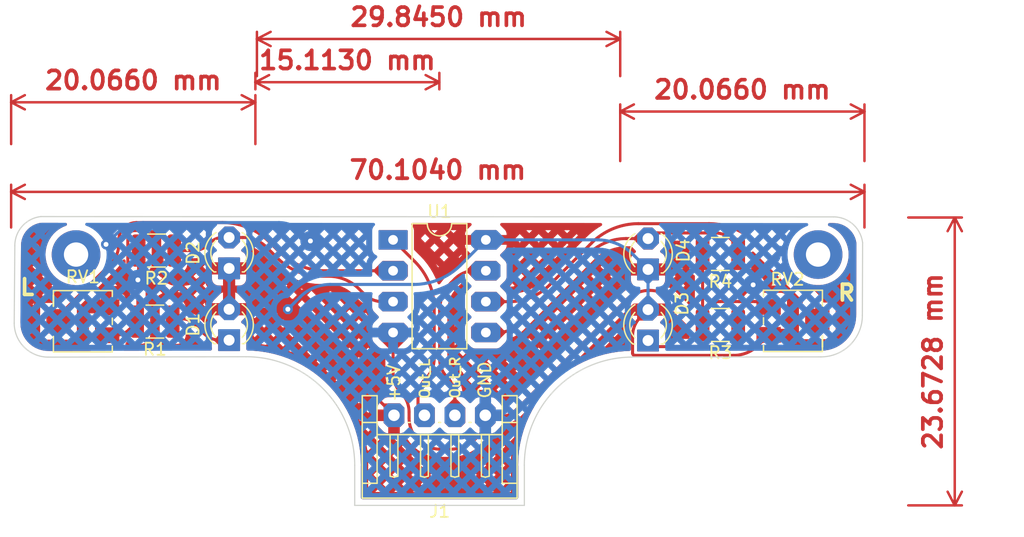
<source format=kicad_pcb>
(kicad_pcb (version 20211014) (generator pcbnew)
  (layers (0 "F.Cu" signal) (31 "B.Cu" signal) (34 "B.Paste" user) (35 "F.Paste" user) (36 "B.SilkS" user "B.Silkscreen") (37 "F.SilkS" user "F.Silkscreen") (38 "B.Mask" user) (39 "F.Mask" user) (44 "Edge.Cuts" user))
  (net 0 "")
  (net 1 "Net-(D1-Pad1)")
  (net 2 "+5V")
  (net 3 "Net-(D2-Pad2)")
  (net 4 "GND")
  (net 5 "Net-(RV1-Pad2)")
  (net 6 "Net-(D3-Pad1)")
  (net 7 "Net-(D4-Pad2)")
  (net 8 "/Vout2")
  (net 9 "/Vout1")
  (net 10 "Net-(RV2-Pad2)")
  (footprint "LED_THT:LED_D3.0mm_IRBlack" (layer "F.Cu") (at 138.303 65.913 90)
    (fp_text reference "D1" (at 1.27 -2.96 90) (layer "F.SilkS"))
    (fp_text value "IR204A")
    (fp_line (start -0.29 1.08) (end -0.29 1.236) (layer "F.SilkS") (width 0.12))
    (fp_line (start -0.29 -1.236) (end -0.29 -1.08) (layer "F.SilkS") (width 0.12))
    (fp_arc (start 0.229039 -1.08) (mid 1.270117 -1.5) (end 2.31113 -1.079837) (layer "F.SilkS") (width 0.12))
    (fp_arc (start 2.942335 1.078608) (mid 1.366487 1.987659) (end -0.29 1.235516) (layer "F.SilkS") (width 0.12))
    (fp_arc (start -0.29 -1.235516) (mid 1.366487 -1.987659) (end 2.942335 -1.078608) (layer "F.SilkS") (width 0.12))
    (fp_arc (start 2.31113 1.079837) (mid 1.270117 1.5) (end 0.229039 1.08) (layer "F.SilkS") (width 0.12))
    (pad "1" thru_hole custom (at 0 0 90) (size 1.8 1.8) (drill 0.9) (layers *.Cu *.Mask) (net 1 "Net-(D1-Pad1)") (options (clearance convexhull) (anchor circle)) (primitives (gr_poly (pts (xy 0.85 0.85) (xy -0.85 0.85) (xy -0.85 -0.85) (xy 0.85 -0.85)) (width 0.1) (fill yes))))
    (pad "2" thru_hole custom (at 2.54 0 90) (size 1.8 1.8) (drill 0.9) (layers *.Cu *.Mask) (net 2 "+5V") (options (clearance convexhull) (anchor circle)) (primitives (gr_poly (pts (xy 0.85 0.352082) (xy 0.352082 0.85) (xy -0.352082 0.85) (xy -0.85 0.352082) (xy -0.85 -0.352082) (xy -0.352082 -0.85) (xy 0.352082 -0.85) (xy 0.85 -0.352082)) (width 0.1) (fill yes))))
  )
  (footprint "Resistor_SMD:R_1210_3225Metric" (layer "F.Cu") (at 132.334 58.547 180)
    (fp_text reference "R2" (at 0 -2.28) (layer "F.SilkS"))
    (fp_text value "10k")
    (fp_line (start -0.723737 -1.355) (end 0.723737 -1.355) (layer "F.SilkS") (width 0.12))
    (fp_line (start -0.723737 1.355) (end 0.723737 1.355) (layer "F.SilkS") (width 0.12))
    (pad "1" smd roundrect (at -1.4625 0 180) (size 1.125 2.65) (layers "F.Cu" "F.Paste" "F.Mask") (roundrect_rratio 0.222222) (net 3 "Net-(D2-Pad2)"))
    (pad "2" smd roundrect (at 1.4625 0 180) (size 1.125 2.65) (layers "F.Cu" "F.Paste" "F.Mask") (roundrect_rratio 0.222222) (net 4 "GND"))
  )
  (footprint "Package_DIP:DIP-8_W7.62mm_LongPads" (layer "F.Cu") (at 151.7754 57.668)
    (fp_text reference "U1" (at 3.81 -2.33) (layer "F.SilkS"))
    (fp_text value "LM358M/NOPB")
    (fp_line (start 2.81 -1.33) (end 1.56 -1.33) (layer "F.SilkS") (width 0.12))
    (fp_line (start 1.56 -1.33) (end 1.56 8.95) (layer "F.SilkS") (width 0.12))
    (fp_line (start 6.06 8.95) (end 6.06 -1.33) (layer "F.SilkS") (width 0.12))
    (fp_line (start 6.06 -1.33) (end 4.81 -1.33) (layer "F.SilkS") (width 0.12))
    (fp_line (start 1.56 8.95) (end 6.06 8.95) (layer "F.SilkS") (width 0.12))
    (fp_arc (start 4.81 -1.33) (mid 3.81 -0.33) (end 2.81 -1.33) (layer "F.SilkS") (width 0.12))
    (pad "1" thru_hole custom (at 0 0) (size 0.800002 0.800002) (drill 0.8) (layers *.Cu *.Mask) (net 9 "/Vout1") (options (clearance convexhull) (anchor rect)) (primitives (gr_poly (pts (xy 1.15 0.75) (xy -1.15 0.75) (xy -1.15 -0.75) (xy 1.15 -0.75)) (width 0.1) (fill yes))))
    (pad "2" thru_hole custom (at 0 2.54) (size 0.800002 0.800002) (drill 0.8) (layers *.Cu *.Mask) (net 5 "Net-(RV1-Pad2)") (options (clearance convexhull) (anchor rect)) (primitives (gr_poly (pts (xy 1.15 0.447919) (xy 0.847919 0.75) (xy -0.847919 0.75) (xy -1.15 0.447919) (xy -1.15 -0.447919) (xy -0.847919 -0.75) (xy 0.847919 -0.75) (xy 1.15 -0.447919)) (width 0.1) (fill yes))))
    (pad "3" thru_hole custom (at 0 5.08) (size 0.800002 0.800002) (drill 0.8) (layers *.Cu *.Mask) (net 3 "Net-(D2-Pad2)") (options (clearance convexhull) (anchor rect)) (primitives (gr_poly (pts (xy 1.15 0.447919) (xy 0.847919 0.75) (xy -0.847919 0.75) (xy -1.15 0.447919) (xy -1.15 -0.447919) (xy -0.847919 -0.75) (xy 0.847919 -0.75) (xy 1.15 -0.447919)) (width 0.1) (fill yes))))
    (pad "4" thru_hole custom (at 0 7.62) (size 0.800002 0.800002) (drill 0.8) (layers *.Cu *.Mask) (net 4 "GND") (options (clearance convexhull) (anchor rect)) (primitives (gr_poly (pts (xy 1.15 0.447919) (xy 0.847919 0.75) (xy -0.847919 0.75) (xy -1.15 0.447919) (xy -1.15 -0.447919) (xy -0.847919 -0.75) (xy 0.847919 -0.75) (xy 1.15 -0.447919)) (width 0.1) (fill yes))))
    (pad "5" thru_hole custom (at 7.62 7.62) (size 0.800002 0.800002) (drill 0.8) (layers *.Cu *.Mask) (net 7 "Net-(D4-Pad2)") (options (clearance convexhull) (anchor rect)) (primitives (gr_poly (pts (xy 1.15 0.447919) (xy 0.847919 0.75) (xy -0.847919 0.75) (xy -1.15 0.447919) (xy -1.15 -0.447919) (xy -0.847919 -0.75) (xy 0.847919 -0.75) (xy 1.15 -0.447919)) (width 0.1) (fill yes))))
    (pad "6" thru_hole custom (at 7.62 5.08) (size 0.800002 0.800002) (drill 0.8) (layers *.Cu *.Mask) (net 10 "Net-(RV2-Pad2)") (options (clearance convexhull) (anchor rect)) (primitives (gr_poly (pts (xy 1.15 0.447919) (xy 0.847919 0.75) (xy -0.847919 0.75) (xy -1.15 0.447919) (xy -1.15 -0.447919) (xy -0.847919 -0.75) (xy 0.847919 -0.75) (xy 1.15 -0.447919)) (width 0.1) (fill yes))))
    (pad "7" thru_hole custom (at 7.62 2.54) (size 0.800002 0.800002) (drill 0.8) (layers *.Cu *.Mask) (net 8 "/Vout2") (options (clearance convexhull) (anchor rect)) (primitives (gr_poly (pts (xy 1.15 0.447919) (xy 0.847919 0.75) (xy -0.847919 0.75) (xy -1.15 0.447919) (xy -1.15 -0.447919) (xy -0.847919 -0.75) (xy 0.847919 -0.75) (xy 1.15 -0.447919)) (width 0.1) (fill yes))))
    (pad "8" thru_hole custom (at 7.62 0) (size 0.800002 0.800002) (drill 0.8) (layers *.Cu *.Mask) (net 2 "+5V") (options (clearance convexhull) (anchor rect)) (primitives (gr_poly (pts (xy 1.15 0.447919) (xy 0.847919 0.75) (xy -0.847919 0.75) (xy -1.15 0.447919) (xy -1.15 -0.447919) (xy -0.847919 -0.75) (xy 0.847919 -0.75) (xy 1.15 -0.447919)) (width 0.1) (fill yes))))
  )
  (footprint "Resistor_SMD:R_1210_3225Metric" (layer "F.Cu") (at 178.6636 64.6684 180)
    (fp_text reference "R3" (at 0 -2.28) (layer "F.SilkS"))
    (fp_text value "100")
    (fp_line (start -0.723737 1.355) (end 0.723737 1.355) (layer "F.SilkS") (width 0.12))
    (fp_line (start -0.723737 -1.355) (end 0.723737 -1.355) (layer "F.SilkS") (width 0.12))
    (pad "1" smd roundrect (at -1.4625 0 180) (size 1.125 2.65) (layers "F.Cu" "F.Paste" "F.Mask") (roundrect_rratio 0.222222) (net 6 "Net-(D3-Pad1)"))
    (pad "2" smd roundrect (at 1.4625 0 180) (size 1.125 2.65) (layers "F.Cu" "F.Paste" "F.Mask") (roundrect_rratio 0.222222) (net 4 "GND"))
  )
  (footprint "Connector_JST:JST_EH_S4B-EH_1x04_P2.50mm_Horizontal" (layer "F.Cu") (at 159.3504 72.0927 180)
    (fp_text reference "J1" (at 3.75 -7.9) (layer "F.SilkS"))
    (fp_text value "Conn_01x03_Male" hide)
    (fp_line (start 10.11 -5.59) (end 8.89 -5.59) (layer "F.SilkS") (width 0.12))
    (fp_line (start -1.39 -1.59) (end 8.89 -1.59) (layer "F.SilkS") (width 0.12))
    (fp_line (start 0 -1.59) (end -0.32 -1.59) (layer "F.SilkS") (width 0.12))
    (fp_line (start 7.18 -1.59) (end 7.18 -5.01) (layer "F.SilkS") (width 0.12))
    (fp_line (start 0.32 -5.01) (end 0.32 -1.59) (layer "F.SilkS") (width 0.12))
    (fp_line (start -0.32 -1.59) (end -0.32 -5.01) (layer "F.SilkS") (width 0.12))
    (fp_line (start -2.61 1.61) (end -2.61 -6.81) (layer "F.SilkS") (width 0.12))
    (fp_line (start 0 -5.09) (end 0.32 -5.01) (layer "F.SilkS") (width 0.12))
    (fp_line (start 7.82 -5.01) (end 7.82 -1.59) (layer "F.SilkS") (width 0.12))
    (fp_line (start 3.67 -0.59) (end 3.83 -0.59) (layer "F.SilkS") (width 0.12))
    (fp_line (start 5 -1.59) (end 4.68 -1.59) (layer "F.SilkS") (width 0.12))
    (fp_line (start 10.11 1.61) (end 8.89 1.61) (layer "F.SilkS") (width 0.12))
    (fp_line (start 7.5 -5.09) (end 7.82 -5.01) (layer "F.SilkS") (width 0.12))
    (fp_line (start -2.61 -5.59) (end -1.39 -5.59) (layer "F.SilkS") (width 0.12))
    (fp_line (start 4.68 -5.01) (end 5 -5.09) (layer "F.SilkS") (width 0.12))
    (fp_line (start 7.18 -5.01) (end 7.5 -5.09) (layer "F.SilkS") (width 0.12))
    (fp_line (start 5 -5.09) (end 5.32 -5.01) (layer "F.SilkS") (width 0.12))
    (fp_line (start -1.39 1.61) (end -2.61 1.61) (layer "F.SilkS") (width 0.12))
    (fp_line (start 1.17 -0.59) (end 1.33 -0.59) (layer "F.SilkS") (width 0.12))
    (fp_line (start 6.17 -0.59) (end 6.33 -0.59) (layer "F.SilkS") (width 0.12))
    (fp_line (start 8.89 -5.59) (end 8.89 -0.59) (layer "F.SilkS") (width 0.12))
    (fp_line (start -1.39 -0.59) (end -1.39 1.61) (layer "F.SilkS") (width 0.12))
    (fp_line (start -1.39 -5.59) (end -1.39 -0.59) (layer "F.SilkS") (width 0.12))
    (fp_line (start 7.82 -1.59) (end 7.5 -1.59) (layer "F.SilkS") (width 0.12))
    (fp_line (start 2.18 -5.01) (end 2.5 -5.09) (layer "F.SilkS") (width 0.12))
    (fp_line (start 8.89 -0.59) (end 10.11 -0.59) (layer "F.SilkS") (width 0.12))
    (fp_line (start 5.32 -1.59) (end 5 -1.59) (layer "F.SilkS") (width 0.12))
    (fp_line (start 5.32 -5.01) (end 5.32 -1.59) (layer "F.SilkS") (width 0.12))
    (fp_line (start -1.39 -0.59) (end -2.61 -0.59) (layer "F.SilkS") (width 0.12))
    (fp_line (start 8.89 1.61) (end 8.89 -0.59) (layer "F.SilkS") (width 0.12))
    (fp_line (start 4.68 -1.59) (end 4.68 -5.01) (layer "F.SilkS") (width 0.12))
    (fp_line (start 7.5 -1.59) (end 7.18 -1.59) (layer "F.SilkS") (width 0.12))
    (fp_line (start 2.82 -5.01) (end 2.82 -1.59) (layer "F.SilkS") (width 0.12))
    (fp_line (start -2.61 -6.81) (end 10.11 -6.81) (layer "F.SilkS") (width 0.12))
    (fp_line (start 2.18 -1.59) (end 2.18 -5.01) (layer "F.SilkS") (width 0.12))
    (fp_line (start 2.5 -5.09) (end 2.82 -5.01) (layer "F.SilkS") (width 0.12))
    (fp_line (start -0.32 -5.01) (end 0 -5.09) (layer "F.SilkS") (width 0.12))
    (fp_line (start 10.11 -6.81) (end 10.11 1.61) (layer "F.SilkS") (width 0.12))
    (fp_line (start 0.32 -1.59) (end 0 -1.59) (layer "F.SilkS") (width 0.12))
    (fp_line (start 2.82 -1.59) (end 2.5 -1.59) (layer "F.SilkS") (width 0.12))
    (fp_line (start 2.5 -1.59) (end 2.18 -1.59) (layer "F.SilkS") (width 0.12))
    (pad "1" thru_hole custom (at 0 0 180) (size 0.950002 0.950002) (drill 0.95) (layers *.Cu *.Mask) (net 4 "GND") (options (clearance convexhull) (anchor rect)) (primitives (gr_poly (pts (xy 0.8 0.602208) (xy 0.477208 0.925) (xy -0.477208 0.925) (xy -0.8 0.602208) (xy -0.8 -0.602208) (xy -0.477208 -0.925) (xy 0.477208 -0.925) (xy 0.8 -0.602208)) (width 0.1) (fill yes))))
    (pad "2" thru_hole custom (at 2.5 0 180) (size 0.950002 0.950002) (drill 0.95) (layers *.Cu *.Mask) (net 8 "/Vout2") (options (clearance convexhull) (anchor rect)) (primitives (gr_poly (pts (xy 0.8 0.602208) (xy 0.477208 0.925) (xy -0.477208 0.925) (xy -0.8 0.602208) (xy -0.8 -0.602208) (xy -0.477208 -0.925) (xy 0.477208 -0.925) (xy 0.8 -0.602208)) (width 0.1) (fill yes))))
    (pad "3" thru_hole custom (at 5 0 180) (size 0.950002 0.950002) (drill 0.95) (layers *.Cu *.Mask) (net 9 "/Vout1") (options (clearance convexhull) (anchor rect)) (primitives (gr_poly (pts (xy 0.8 0.602208) (xy 0.477208 0.925) (xy -0.477208 0.925) (xy -0.8 0.602208) (xy -0.8 -0.602208) (xy -0.477208 -0.925) (xy 0.477208 -0.925) (xy 0.8 -0.602208)) (width 0.1) (fill yes))))
    (pad "4" thru_hole custom (at 7.5 0 180) (size 0.950002 0.950002) (drill 0.95) (layers *.Cu *.Mask) (net 2 "+5V") (options (clearance convexhull) (anchor rect)) (primitives (gr_poly (pts (xy 0.8 0.602208) (xy 0.477208 0.925) (xy -0.477208 0.925) (xy -0.8 0.602208) (xy -0.8 -0.602208) (xy -0.477208 -0.925) (xy 0.477208 -0.925) (xy 0.8 -0.602208)) (width 0.1) (fill yes))))
  )
  (footprint "Potentiometer_SMD:Potentiometer_Bourns_3224J_Horizontal" (layer "F.Cu") (at 184.626 64.3312 180)
    (fp_text reference "RV2" (at 0.4506 3.422) (layer "F.SilkS"))
    (fp_text value "R_Potentiometer")
    (fp_line (start -2.42 -2.14) (end -2.42 -1.24) (layer "F.SilkS") (width 0.12))
    (fp_line (start -2.42 1.24) (end -2.42 2.52) (layer "F.SilkS") (width 0.12))
    (fp_line (start -2.42 2.52) (end 2.42 2.52) (layer "F.SilkS") (width 0.12))
    (fp_line (start 2.42 -2.52) (end 2.42 -2.04) (layer "F.SilkS") (width 0.12))
    (fp_line (start 2.42 -0.26) (end 2.42 0.26) (layer "F.SilkS") (width 0.12))
    (fp_line (start -2.42 -2.14) (end -2.42 -2.14) (layer "F.SilkS") (width 0.12))
    (fp_line (start -2.42 -2.52) (end 2.42 -2.52) (layer "F.SilkS") (width 0.12))
    (fp_line (start -2.42 -2.14) (end -2.42 -1.24) (layer "F.SilkS") (width 0.12))
    (fp_line (start -2.42 -2.52) (end -2.42 -1.24) (layer "F.SilkS") (width 0.12))
    (fp_line (start 2.42 2.04) (end 2.42 2.52) (layer "F.SilkS") (width 0.12))
    (pad "1" smd rect (at 2 -1.15 180) (size 2 1.3) (layers "F.Cu" "F.Paste" "F.Mask") (net 2 "+5V"))
    (pad "2" smd rect (at -2 0 180) (size 2 2) (layers "F.Cu" "F.Paste" "F.Mask") (net 10 "Net-(RV2-Pad2)"))
    (pad "3" smd rect (at 2 1.15 180) (size 2 1.3) (layers "F.Cu" "F.Paste" "F.Mask") (net 4 "GND"))
  )
  (footprint "LED_THT:LED_D3.0mm_Clear" (layer "F.Cu") (at 172.72 60.1014 90)
    (fp_text reference "D4" (at 1.5566 2.8956 90) (layer "F.SilkS"))
    (fp_text value "D_Photo_Filled")
    (fp_line (start -0.29 -1.236) (end -0.29 -1.08) (layer "F.SilkS") (width 0.12))
    (fp_line (start -0.29 1.08) (end -0.29 1.236) (layer "F.SilkS") (width 0.12))
    (fp_arc (start 2.31113 1.079837) (mid 1.270117 1.5) (end 0.229039 1.08) (layer "F.SilkS") (width 0.12))
    (fp_arc (start 0.229039 -1.08) (mid 1.270117 -1.5) (end 2.31113 -1.079837) (layer "F.SilkS") (width 0.12))
    (fp_arc (start -0.29 -1.235516) (mid 1.366487 -1.987659) (end 2.942335 -1.078608) (layer "F.SilkS") (width 0.12))
    (fp_arc (start 2.942335 1.078608) (mid 1.366487 1.987659) (end -0.29 1.235516) (layer "F.SilkS") (width 0.12))
    (pad "1" thru_hole custom (at 0 0 90) (size 1.8 1.8) (drill 0.9) (layers *.Cu *.Mask) (net 2 "+5V") (options (clearance convexhull) (anchor circle)) (primitives (gr_poly (pts (xy 0.85 0.85) (xy -0.85 0.85) (xy -0.85 -0.85) (xy 0.85 -0.85)) (width 0.1) (fill yes))))
    (pad "2" thru_hole custom (at 2.54 0 90) (size 1.8 1.8) (drill 0.9) (layers *.Cu *.Mask) (net 7 "Net-(D4-Pad2)") (options (clearance convexhull) (anchor circle)) (primitives (gr_poly (pts (xy 0.85 0.352082) (xy 0.352082 0.85) (xy -0.352082 0.85) (xy -0.85 0.352082) (xy -0.85 -0.352082) (xy -0.352082 -0.85) (xy 0.352082 -0.85) (xy 0.85 -0.352082)) (width 0.1) (fill yes))))
  )
  (footprint "Resistor_SMD:R_1210_3225Metric" (layer "F.Cu") (at 178.6636 58.8264 180)
    (fp_text reference "R4" (at 0 -2.28) (layer "F.SilkS"))
    (fp_text value "10k")
    (fp_line (start -0.723737 1.355) (end 0.723737 1.355) (layer "F.SilkS") (width 0.12))
    (fp_line (start -0.723737 -1.355) (end 0.723737 -1.355) (layer "F.SilkS") (width 0.12))
    (pad "1" smd roundrect (at -1.4625 0 180) (size 1.125 2.65) (layers "F.Cu" "F.Paste" "F.Mask") (roundrect_rratio 0.222222) (net 7 "Net-(D4-Pad2)"))
    (pad "2" smd roundrect (at 1.4625 0 180) (size 1.125 2.65) (layers "F.Cu" "F.Paste" "F.Mask") (roundrect_rratio 0.222222) (net 4 "GND"))
  )
  (footprint "LED_THT:LED_D3.0mm_Clear" (layer "F.Cu") (at 138.303 60.013 90)
    (fp_text reference "D2" (at 1.27 -2.96 90) (layer "F.SilkS"))
    (fp_text value "D_Photo_Filled")
    (fp_line (start -0.29 -1.236) (end -0.29 -1.08) (layer "F.SilkS") (width 0.12))
    (fp_line (start -0.29 1.08) (end -0.29 1.236) (layer "F.SilkS") (width 0.12))
    (fp_arc (start 2.31113 1.079837) (mid 1.270117 1.5) (end 0.229039 1.08) (layer "F.SilkS") (width 0.12))
    (fp_arc (start 0.229039 -1.08) (mid 1.270117 -1.5) (end 2.31113 -1.079837) (layer "F.SilkS") (width 0.12))
    (fp_arc (start -0.29 -1.235516) (mid 1.366487 -1.987659) (end 2.942335 -1.078608) (layer "F.SilkS") (width 0.12))
    (fp_arc (start 2.942335 1.078608) (mid 1.366487 1.987659) (end -0.29 1.235516) (layer "F.SilkS") (width 0.12))
    (pad "1" thru_hole custom (at 0 0 90) (size 1.8 1.8) (drill 0.9) (layers *.Cu *.Mask) (net 2 "+5V") (options (clearance convexhull) (anchor circle)) (primitives (gr_poly (pts (xy 0.85 0.85) (xy -0.85 0.85) (xy -0.85 -0.85) (xy 0.85 -0.85)) (width 0.1) (fill yes))))
    (pad "2" thru_hole custom (at 2.54 0 90) (size 1.8 1.8) (drill 0.9) (layers *.Cu *.Mask) (net 3 "Net-(D2-Pad2)") (options (clearance convexhull) (anchor circle)) (primitives (gr_poly (pts (xy 0.85 0.352082) (xy 0.352082 0.85) (xy -0.352082 0.85) (xy -0.85 0.352082) (xy -0.85 -0.352082) (xy -0.352082 -0.85) (xy 0.352082 -0.85) (xy 0.85 -0.352082)) (width 0.1) (fill yes))))
  )
  (footprint "LED_THT:LED_D3.0mm_IRBlack" (layer "F.Cu") (at 172.72 65.9434 90)
    (fp_text reference "D3" (at 3.0226 2.794 90) (layer "F.SilkS"))
    (fp_text value "IR204A")
    (fp_line (start -0.29 1.08) (end -0.29 1.236) (layer "F.SilkS") (width 0.12))
    (fp_line (start -0.29 -1.236) (end -0.29 -1.08) (layer "F.SilkS") (width 0.12))
    (fp_arc (start 0.229039 -1.08) (mid 1.270117 -1.5) (end 2.31113 -1.079837) (layer "F.SilkS") (width 0.12))
    (fp_arc (start -0.29 -1.235516) (mid 1.366487 -1.987659) (end 2.942335 -1.078608) (layer "F.SilkS") (width 0.12))
    (fp_arc (start 2.942335 1.078608) (mid 1.366487 1.987659) (end -0.29 1.235516) (layer "F.SilkS") (width 0.12))
    (fp_arc (start 2.31113 1.079837) (mid 1.270117 1.5) (end 0.229039 1.08) (layer "F.SilkS") (width 0.12))
    (pad "1" thru_hole custom (at 0 0 90) (size 1.8 1.8) (drill 0.9) (layers *.Cu *.Mask) (net 6 "Net-(D3-Pad1)") (options (clearance convexhull) (anchor circle)) (primitives (gr_poly (pts (xy 0.85 0.85) (xy -0.85 0.85) (xy -0.85 -0.85) (xy 0.85 -0.85)) (width 0.1) (fill yes))))
    (pad "2" thru_hole custom (at 2.54 0 90) (size 1.8 1.8) (drill 0.9) (layers *.Cu *.Mask) (net 2 "+5V") (options (clearance convexhull) (anchor circle)) (primitives (gr_poly (pts (xy 0.85 0.352082) (xy 0.352082 0.85) (xy -0.352082 0.85) (xy -0.85 0.352082) (xy -0.85 -0.352082) (xy -0.352082 -0.85) (xy 0.352082 -0.85) (xy 0.85 -0.352082)) (width 0.1) (fill yes))))
  )
  (footprint "Potentiometer_SMD:Potentiometer_Bourns_3224J_Horizontal" (layer "F.Cu") (at 126.2888 64.3636)
    (fp_text reference "RV1" (at 0 -3.65) (layer "F.SilkS"))
    (fp_text value "R_Potentiometer")
    (fp_line (start -2.42 -2.14) (end -2.42 -1.24) (layer "F.SilkS") (width 0.12))
    (fp_line (start 2.42 2.04) (end 2.42 2.52) (layer "F.SilkS") (width 0.12))
    (fp_line (start -2.42 2.52) (end 2.42 2.52) (layer "F.SilkS") (width 0.12))
    (fp_line (start -2.42 -2.52) (end 2.42 -2.52) (layer "F.SilkS") (width 0.12))
    (fp_line (start -2.42 -2.14) (end -2.42 -2.14) (layer "F.SilkS") (width 0.12))
    (fp_line (start -2.42 -2.14) (end -2.42 -1.24) (layer "F.SilkS") (width 0.12))
    (fp_line (start 2.42 -0.26) (end 2.42 0.26) (layer "F.SilkS") (width 0.12))
    (fp_line (start 2.42 -2.52) (end 2.42 -2.04) (layer "F.SilkS") (width 0.12))
    (fp_line (start -2.42 1.24) (end -2.42 2.52) (layer "F.SilkS") (width 0.12))
    (fp_line (start -2.42 -2.52) (end -2.42 -1.24) (layer "F.SilkS") (width 0.12))
    (pad "1" smd rect (at 2 -1.15) (size 2 1.3) (layers "F.Cu" "F.Paste" "F.Mask") (net 2 "+5V"))
    (pad "2" smd rect (at -2 0) (size 2 2) (layers "F.Cu" "F.Paste" "F.Mask") (net 5 "Net-(RV1-Pad2)"))
    (pad "3" smd rect (at 2 1.15) (size 2 1.3) (layers "F.Cu" "F.Paste" "F.Mask") (net 4 "GND"))
  )
  (footprint "Resistor_SMD:R_1210_3225Metric" (layer "F.Cu") (at 132.207 64.389 180)
    (fp_text reference "R1" (at 0 -2.28) (layer "F.SilkS"))
    (fp_text value "100")
    (fp_line (start -0.723737 1.355) (end 0.723737 1.355) (layer "F.SilkS") (width 0.12))
    (fp_line (start -0.723737 -1.355) (end 0.723737 -1.355) (layer "F.SilkS") (width 0.12))
    (pad "1" smd roundrect (at -1.4625 0 180) (size 1.125 2.65) (layers "F.Cu" "F.Paste" "F.Mask") (roundrect_rratio 0.222222) (net 1 "Net-(D1-Pad1)"))
    (pad "2" smd roundrect (at 1.4625 0 180) (size 1.125 2.65) (layers "F.Cu" "F.Paste" "F.Mask") (roundrect_rratio 0.222222) (net 4 "GND"))
  )
  (gr_line (start 122.832883 55.753806) (end 187.96 55.7784) (layer "Edge.Cuts") (width 0.1))
  (gr_line (start 123.444 67.31) (end 139.7 67.277403) (layer "Edge.Cuts") (width 0.1))
  (gr_line (start 186.924623 67.291002) (end 171.45 67.306373) (layer "Edge.Cuts") (width 0.1))
  (gr_line (start 148.622597 76.2) (end 148.622597 79.502) (layer "Edge.Cuts") (width 0.1))
  (gr_line (start 162.56 79.502) (end 162.56 76.2) (layer "Edge.Cuts") (width 0.1))
  (gr_arc (start 190.328602 63.887023) (mid 189.3316 66.294) (end 186.924623 67.291002) (layer "Edge.Cuts") (width 0.1))
  (gr_arc (start 187.96 55.7784) (mid 189.561006 56.389517) (end 190.3476 57.912) (layer "Edge.Cuts") (width 0.1))
  (gr_arc (start 123.444 67.31) (mid 121.468344 66.491656) (end 120.65 64.516) (layer "Edge.Cuts") (width 0.1))
  (gr_line (start 120.699283 58.141406) (end 120.65 64.516) (layer "Edge.Cuts") (width 0.1))
  (gr_line (start 190.3476 57.912) (end 190.328602 63.887023) (layer "Edge.Cuts") (width 0.1))
  (gr_arc (start 162.556373 76.2) (mid 165.161256 69.911256) (end 171.45 67.306373) (layer "Edge.Cuts") (width 0.1))
  (gr_arc (start 139.7 67.277403) (mid 146.009229 69.890771) (end 148.622597 76.2) (layer "Edge.Cuts") (width 0.1))
  (gr_line (start 148.622597 79.502) (end 162.56 79.502) (layer "Edge.Cuts") (width 0.1))
  (gr_arc (start 120.699283 58.141406) (mid 121.3104 56.5404) (end 122.832883 55.753806) (layer "Edge.Cuts") (width 0.1))
  (gr_text "R" (at 189.0268 62.0268) (layer "F.SilkS") (effects (font (size 1.3 1.3) (thickness 0.3))))
  (gr_text "+5V" (at 151.8412 69.4436 90) (layer "F.SilkS") (effects (font (size 1 1))))
  (gr_text "Out_R\n" (at 156.8704 68.9864 90) (layer "F.SilkS") (effects (font (size 0.8 0.8))))
  (gr_text "Out_L" (at 154.3812 69.088 90) (layer "F.SilkS") (effects (font (size 0.8 0.8))))
  (gr_text "GND" (at 159.3088 69.1896 90) (layer "F.SilkS") (effects (font (size 1 1))))
  (gr_text "L" (at 121.7168 61.5696) (layer "F.SilkS") (effects (font (size 1.3 1.3) (thickness 0.3))))
  (dimension (type aligned) (layer "F.Cu") (pts (xy 120.396 50.292) (xy 140.462 50.292)) (height -3.937) (gr_text "20.0660 mm" (at 130.429 44.555) (layer "F.Cu") (effects (font (size 1.5 1.5) (thickness 0.3)))) (format (units 3) (units_format 1) (precision 4)) (style (thickness 0.2) (arrow_length 1.27) (text_position_mode 0) (extension_height 0.58642) (extension_offset 0.5) keep_text_aligned))
  (dimension (type aligned) (layer "F.Cu") (pts (xy 140.462 43.434) (xy 155.575 43.434)) (height 1.27) (gr_text "15.1130 mm" (at 148.0185 42.904) (layer "F.Cu") (effects (font (size 1.5 1.5) (thickness 0.3)))) (format (units 3) (units_format 1) (precision 4)) (style (thickness 0.2) (arrow_length 1.27) (text_position_mode 0) (extension_height 0.58642) (extension_offset 0.5) keep_text_aligned))
  (dimension (type aligned) (layer "F.Cu") (pts (xy 190.5 57.15) (xy 120.396 57.15)) (height 3.429) (gr_text "70.1040 mm" (at 155.448 51.921) (layer "F.Cu") (effects (font (size 1.5 1.5) (thickness 0.3)))) (format (units 3) (units_format 1) (precision 4)) (style (thickness 0.2) (arrow_length 1.27) (text_position_mode 0) (extension_height 0.58642) (extension_offset 0.5) keep_text_aligned))
  (dimension (type aligned) (layer "F.Cu") (pts (xy 190.5 51.689) (xy 170.434 51.689)) (height 4.572) (gr_text "20.0660 mm" (at 180.467 45.317) (layer "F.Cu") (effects (font (size 1.5 1.5) (thickness 0.3)))) (format (units 3) (units_format 1) (precision 4)) (style (thickness 0.2) (arrow_length 1.27) (text_position_mode 0) (extension_height 0.58642) (extension_offset 0.5) keep_text_aligned))
  (dimension (type aligned) (layer "F.Cu") (pts (xy 193.5988 55.8292) (xy 193.5988 79.502)) (height -4.318) (gr_text "23.6728 mm" (at 196.1168 67.6656 90) (layer "F.Cu") (effects (font (size 1.5 1.5) (thickness 0.3)))) (format (units 3) (units_format 1) (precision 4)) (style (thickness 0.2) (arrow_length 1.27) (text_position_mode 0) (extension_height 0.58642) (extension_offset 0.5) keep_text_aligned))
  (dimension (type aligned) (layer "F.Cu") (pts (xy 140.589 44.704) (xy 170.434 44.704)) (height -3.556) (gr_text "29.8450 mm" (at 155.5115 39.348) (layer "F.Cu") (effects (font (size 1.5 1.5) (thickness 0.3)))) (format (units 3) (units_format 1) (precision 4)) (style (thickness 0.2) (arrow_length 1.27) (text_position_mode 0) (extension_height 0.58642) (extension_offset 0.5) keep_text_aligned))
  (via (at 125.73 58.8772) (size 4) (drill 2) (layers "F.Cu" "B.Cu") (net 0))
  (via (at 186.69 58.8772) (size 4) (drill 2) (layers "F.Cu" "B.Cu") (net 0))
  (segment (start 134.46225 64.1604) (end 134.059744 64.1604) (width 0.25) (layer "F.Cu") (net 1))
  (segment (start 135.425314 64.559314) (end 136.240184 65.374184) (width 0.25) (layer "F.Cu") (net 1))
  (segment (start 137.541 65.913) (end 138.303 65.913) (width 0.25) (layer "F.Cu") (net 1))
  (segment (start 133.7838 64.2747) (end 133.6695 64.389) (width 0.25) (layer "F.Cu") (net 1))
  (arc (start 134.059744 64.1604) (mid 133.910404 64.190105) (end 133.7838 64.2747) (width 0.25) (layer "F.Cu") (net 1))
  (arc (start 136.240184 65.374184) (mid 136.837003 65.772966) (end 137.541 65.913) (width 0.25) (layer "F.Cu") (net 1))
  (arc (start 135.425314 64.559314) (mid 134.983456 64.264074) (end 134.46225 64.1604) (width 0.25) (layer "F.Cu") (net 1))
  (segment (start 172.085 64.0384) (end 172.72 63.4034) (width 0.25) (layer "F.Cu") (net 2))
  (segment (start 129.1364 62.366) (end 128.2888 63.2136) (width 0.25) (layer "F.Cu") (net 2))
  (segment (start 143.1307 63.373) (end 151.8504 72.0927) (width 0.25) (layer "F.Cu") (net 2))
  (segment (start 171.45 65.571425) (end 171.45 66.989193) (width 0.25) (layer "F.Cu") (net 2))
  (segment (start 133.918573 61.3156) (end 134.511722 61.3156) (width 0.25) (layer "F.Cu") (net 2))
  (segment (start 129.984 60.319712) (end 129.984 57.471999) (width 0.25) (layer "F.Cu") (net 2))
  (segment (start 130.558999 56.897) (end 130.896113 56.897) (width 0.25) (layer "F.Cu") (net 2))
  (segment (start 137.5192 60.013) (end 138.303 60.013) (width 0.25) (layer "F.Cu") (net 2))
  (segment (start 143.1307 63.373) (end 138.303 63.373) (width 0.25) (layer "F.Cu") (net 2))
  (segment (start 132.7912 60.188226) (end 132.7912 59.150039) (width 0.25) (layer "F.Cu") (net 2))
  (segment (start 136.181169 60.56723) (end 136.0841 60.6643) (width 0.25) (layer "F.Cu") (net 2))
  (segment (start 181.7824 66.3248) (end 182.626 65.4812) (width 0.25) (layer "F.Cu") (net 2))
  (segment (start 171.629206 67.1684) (end 179.745769 67.1684) (width 0.25) (layer "F.Cu") (net 2))
  (segment (start 132.1313 57.5569) (end 131.878188 57.303788) (width 0.25) (layer "F.Cu") (net 2))
  (via (at 143.1307 63.373) (size 0.8) (drill 0.4) (layers "F.Cu" "B.Cu") (net 2))
  (arc (start 130.558999 56.897) (mid 130.338956 56.940769) (end 130.152413 57.065413) (width 0.25) (layer "F.Cu") (net 2))
  (arc (start 131.878188 57.303788) (mid 131.427608 57.00272) (end 130.896113 56.897) (width 0.25) (layer "F.Cu") (net 2))
  (arc (start 132.7912 60.188226) (mid 132.877016 60.619653) (end 133.1214 60.9854) (width 0.25) (layer "F.Cu") (net 2))
  (arc (start 133.1214 60.9854) (mid 133.487146 61.229783) (end 133.918573 61.3156) (width 0.25) (layer "F.Cu") (net 2))
  (arc (start 171.45 66.989193) (mid 171.463641 67.057772) (end 171.502488 67.115911) (width 0.25) (layer "F.Cu") (net 2))
  (arc (start 130.152413 57.065413) (mid 130.027769 57.251956) (end 129.984 57.471999) (width 0.25) (layer "F.Cu") (net 2))
  (arc (start 132.1313 57.5569) (mid 132.619697 58.287838) (end 132.7912 59.150039) (width 0.25) (layer "F.Cu") (net 2))
  (arc (start 137.5192 60.013) (mid 136.795063 60.157039) (end 136.181169 60.56723) (width 0.25) (layer "F.Cu") (net 2))
  (arc (start 171.502488 67.115911) (mid 171.560627 67.154758) (end 171.629206 67.1684) (width 0.25) (layer "F.Cu") (net 2))
  (arc (start 136.0841 60.6643) (mid 135.362686 61.146332) (end 134.511722 61.3156) (width 0.25) (layer "F.Cu") (net 2))
  (arc (start 129.984 60.319712) (mid 129.763715 61.427155) (end 129.1364 62.366) (width 0.25) (layer "F.Cu") (net 2))
  (arc (start 172.085 64.0384) (mid 171.615031 64.741757) (end 171.45 65.571425) (width 0.25) (layer "F.Cu") (net 2))
  (arc (start 181.7824 66.3248) (mid 180.847985 66.949155) (end 179.745769 67.1684) (width 0.25) (layer "F.Cu") (net 2))
  (segment (start 138.303 60.013) (end 138.303 63.373) (width 0.25) (layer "B.Cu") (net 2))
  (segment (start 157.324192 59.739207) (end 159.3954 57.668) (width 0.25) (layer "B.Cu") (net 2))
  (segment (start 153.476436 61.333) (end 146.613197 61.333) (width 0.25) (layer "B.Cu") (net 2))
  (segment (start 143.1307 63.373) (end 144.1507 62.353) (width 0.25) (layer "B.Cu") (net 2))
  (segment (start 171.5033 58.8847) (end 172.72 60.1014) (width 0.25) (layer "B.Cu") (net 2))
  (segment (start 168.565926 57.668) (end 159.3954 57.668) (width 0.25) (layer "B.Cu") (net 2))
  (segment (start 172.72 60.1014) (end 172.72 63.4034) (width 0.25) (layer "B.Cu") (net 2))
  (arc (start 146.613197 61.333) (mid 145.280503 61.598089) (end 144.1507 62.353) (width 0.25) (layer "B.Cu") (net 2))
  (arc (start 157.324192 59.739207) (mid 155.558826 60.918786) (end 153.476436 61.333) (width 0.25) (layer "B.Cu") (net 2))
  (arc (start 171.5033 58.8847) (mid 170.155621 57.98421) (end 168.565926 57.668) (width 0.25) (layer "B.Cu") (net 2))
  (segment (start 139.4424 57.473) (end 138.303 57.473) (width 0.25) (layer "F.Cu") (net 3))
  (segment (start 149.40262 62.12822) (end 148.9774 61.703) (width 0.25) (layer "F.Cu") (net 3))
  (segment (start 137.7478 57.473) (end 138.303 57.473) (width 0.25) (layer "F.Cu") (net 3))
  (segment (start 141.387477 58.278677) (end 142.294037 59.185237) (width 0.25) (layer "F.Cu") (net 3))
  (segment (start 145.8496 60.658) (end 146.454546 60.658) (width 0.25) (layer "F.Cu") (net 3))
  (segment (start 135.359167 58.547) (end 133.7965 58.547) (width 0.25) (layer "F.Cu") (net 3))
  (segment (start 150.8989 62.748) (end 151.7754 62.748) (width 0.25) (layer "F.Cu") (net 3))
  (segment (start 136.800014 57.865585) (end 136.6556 58.01) (width 0.25) (layer "F.Cu") (net 3))
  (arc (start 137.7478 57.473) (mid 137.234862 57.575029) (end 136.800014 57.865585) (width 0.25) (layer "F.Cu") (net 3))
  (arc (start 136.6556 58.01) (mid 136.060791 58.407438) (end 135.359167 58.547) (width 0.25) (layer "F.Cu") (net 3))
  (arc (start 148.9774 61.703) (mid 147.819904 60.929586) (end 146.454546 60.658) (width 0.25) (layer "F.Cu") (net 3))
  (arc (start 142.294037 59.185237) (mid 143.925343 60.275241) (end 145.8496 60.658) (width 0.25) (layer "F.Cu") (net 3))
  (arc (start 149.40262 62.12822) (mid 150.089119 62.586924) (end 150.8989 62.748) (width 0.25) (layer "F.Cu") (net 3))
  (arc (start 141.387477 58.278677) (mid 140.495068 57.682388) (end 139.4424 57.473) (width 0.25) (layer "F.Cu") (net 3))
  (segment (start 153.088383 72.325339) (end 153.088383 71.822402) (width 0.25) (layer "F.Cu") (net 4))
  (segment (start 156.504311 74.8792) (end 155.642243 74.8792) (width 0.25) (layer "F.Cu") (net 4))
  (segment (start 130.81 64.277184) (end 130.81 60.96) (width 0.25) (layer "F.Cu") (net 4))
  (segment (start 130.84075 60.92925) (end 130.81 60.96) (width 0.25) (layer "F.Cu") (net 4))
  (segment (start 128.95435 65.5136) (end 128.2888 65.5136) (width 0.25) (layer "F.Cu") (net 4))
  (segment (start 180.6702 62.738) (end 180.213 62.738) (width 0.25) (layer "F.Cu") (net 4))
  (segment (start 159.597759 72.2376) (end 160.39265 72.2376) (width 0.25) (layer "F.Cu") (net 4))
  (segment (start 130.711749 64.421749) (end 130.090514 65.042985) (width 0.25) (layer "F.Cu") (net 4))
  (segment (start 178.657091 62.738) (end 180.213 62.738) (width 0.25) (layer "F.Cu") (net 4))
  (segment (start 174.798223 62.631823) (end 176.705293 64.538893) (width 0.25) (layer "F.Cu") (net 4))
  (segment (start 159.3504 72.65235) (end 159.3504 72.195159) (width 0.25) (layer "F.Cu") (net 4))
  (segment (start 151.7754 68.65258) (end 151.7754 65.288) (width 0.25) (layer "F.Cu") (net 4))
  (segment (start 181.356 61.3664) (end 180.603244 62.119155) (width 0.25) (layer "F.Cu") (net 4))
  (segment (start 177.2011 64.48525) (end 177.2011 58.8264) (width 0.25) (layer "F.Cu") (net 4))
  (segment (start 130.808 58.6105) (end 130.7445 58.674) (width 0.25) (layer "F.Cu") (net 4))
  (segment (start 158.516799 74.045599) (end 158.954667 73.607732) (width 0.25) (layer "F.Cu") (net 4))
  (segment (start 170.895776 62.631823) (end 161.924522 71.603077) (width 0.25) (layer "F.Cu") (net 4))
  (segment (start 182.0348 62.9596) (end 182.2564 63.1812) (width 0.25) (layer "F.Cu") (net 4))
  (segment (start 181.49981 62.738) (end 180.6702 62.738) (width 0.25) (layer "F.Cu") (net 4))
  (segment (start 130.8715 58.636802) (end 130.8715 60.855012) (width 0.25) (layer "F.Cu") (net 4))
  (segment (start 177.62755 63.16445) (end 177.2011 63.5909) (width 0.25) (layer "F.Cu") (net 4))
  (segment (start 130.77725 64.35625) (end 130.711749 64.421749) (width 0.25) (layer "F.Cu") (net 4))
  (via (at 128.190455 58.038408) (size 0.8) (drill 0.4) (layers "F.Cu" "B.Cu") (net 4))
  (via (at 130.81 60.96) (size 0.8) (drill 0.4) (layers "F.Cu" "B.Cu") (net 4))
  (via (at 144.9832 57.7596) (size 0.8) (drill 0.4) (layers "F.Cu" "B.Cu") (net 4))
  (via (at 181.356 61.3664) (size 0.8) (drill 0.4) (layers "F.Cu" "B.Cu") (net 4))
  (arc (start 130.81 64.277184) (mid 130.801488 64.319974) (end 130.77725 64.35625) (width 0.25) (layer "F.Cu") (net 4))
  (arc (start 153.836391 74.131191) (mid 154.664923 74.684798) (end 155.642243 74.8792) (width 0.25) (layer "F.Cu") (net 4))
  (arc (start 159.3504 72.65235) (mid 159.247552 73.169399) (end 158.954667 73.607732) (width 0.25) (layer "F.Cu") (net 4))
  (arc (start 176.705293 64.538893) (mid 176.848741 64.634742) (end 177.01795 64.6684) (width 0.25) (layer "F.Cu") (net 4))
  (arc (start 180.213 62.738) (mid 180.374644 62.671044) (end 180.4416 62.5094) (width 0.25) (layer "F.Cu") (net 4))
  (arc (start 130.090514 65.042985) (mid 129.569237 65.391291) (end 128.95435 65.5136) (width 0.25) (layer "F.Cu") (net 4))
  (arc (start 174.798223 62.631823) (mid 173.902994 62.03365) (end 172.847 61.8236) (width 0.25) (layer "F.Cu") (net 4))
  (arc (start 151.7754 68.65258) (mid 151.946016 69.510327) (end 152.431891 70.237491) (width 0.25) (layer "F.Cu") (net 4))
  (arc (start 159.42285 72.16515) (mid 159.376599 72.155949) (end 159.3504 72.195159) (width 0.25) (layer "F.Cu") (net 4))
  (arc (start 130.8715 58.636802) (mid 130.848537 58.602436) (end 130.808 58.6105) (width 0.25) (layer "F.Cu") (net 4))
  (arc (start 153.088383 72.325339) (mid 153.282783 73.302659) (end 153.836391 74.131191) (width 0.25) (layer "F.Cu") (net 4))
  (arc (start 180.603244 62.119155) (mid 180.483609 62.298201) (end 180.4416 62.5094) (width 0.25) (layer "F.Cu") (net 4))
  (arc (start 180.4416 62.5094) (mid 180.508555 62.671044) (end 180.6702 62.738) (width 0.25) (layer "F.Cu") (net 4))
  (arc (start 182.0348 62.9596) (mid 181.789344 62.795591) (end 181.49981 62.738) (width 0.25) (layer "F.Cu") (net 4))
  (arc (start 172.847 61.8236) (mid 171.791005 62.03365) (end 170.895776 62.631823) (width 0.25) (layer "F.Cu") (net 4))
  (arc (start 158.516799 74.045599) (mid 157.593462 74.662554) (end 156.504311 74.8792) (width 0.25) (layer "F.Cu") (net 4))
  (arc (start 159.42285 72.16515) (mid 159.503099 72.21877) (end 159.597759 72.2376) (width 0.25) (layer "F.Cu") (net 4))
  (arc (start 177.2011 64.48525) (mid 177.147456 64.614756) (end 177.01795 64.6684) (width 0.25) (layer "F.Cu") (net 4))
  (arc (start 130.8715 60.855012) (mid 130.863508 60.895189) (end 130.84075 60.92925) (width 0.25) (layer "F.Cu") (net 4))
  (arc (start 178.657091 62.738) (mid 178.099907 62.84883) (end 177.62755 63.16445) (width 0.25) (layer "F.Cu") (net 4))
  (arc (start 161.924522 71.603077) (mid 161.221693 72.072692) (end 160.39265 72.2376) (width 0.25) (layer "F.Cu") (net 4))
  (arc (start 152.431891 70.237491) (mid 152.917766 70.964654) (end 153.088383 71.822402) (width 0.25) (layer "F.Cu") (net 4))
  (segment (start 128.297244 58.447244) (end 130.81 60.96) (width 0.25) (layer "B.Cu") (net 4))
  (segment (start 128.190455 58.189431) (end 128.190455 58.038408) (width 0.25) (layer "B.Cu") (net 4))
  (segment (start 144.9832 57.7596) (end 144.2274 57.0038) (width 0.25) (layer "B.Cu") (net 4))
  (segment (start 129.085659 57.143204) (end 128.190455 58.038408) (width 0.25) (layer "B.Cu") (net 4))
  (segment (start 131.246872 56.248) (end 142.402737 56.248) (width 0.25) (layer "B.Cu") (net 4))
  (segment (start 183.21711 59.505289) (end 181.356 61.3664) (width 0.25) (layer "B.Cu") (net 4))
  (segment (start 183.5404 58.7248) (end 183.5404 58.2676) (width 0.25) (layer "B.Cu") (net 4))
  (arc (start 131.246872 56.248) (mid 130.077232 56.480655) (end 129.085659 57.143204) (width 0.25) (layer "B.Cu") (net 4))
  (arc (start 128.190455 58.189431) (mid 128.218208 58.328958) (end 128.297244 58.447244) (width 0.25) (layer "B.Cu") (net 4))
  (arc (start 144.2274 57.0038) (mid 143.390237 56.444426) (end 142.402737 56.248) (width 0.25) (layer "B.Cu") (net 4))
  (arc (start 183.5404 58.7248) (mid 183.456379 59.147197) (end 183.21711 59.505289) (width 0.25) (layer "B.Cu") (net 4))
  (segment (start 124.2888 64.1444) (end 124.2888 64.3636) (width 0.25) (layer "F.Cu") (net 5))
  (segment (start 124.443797 63.770202) (end 128.570661 59.643338) (width 0.25) (layer "F.Cu") (net 5))
  (segment (start 129.2352 58.039) (end 129.2352 57.701089) (width 0.25) (layer "F.Cu") (net 5))
  (segment (start 146.231163 60.208) (end 151.7754 60.208) (width 0.25) (layer "F.Cu") (net 5))
  (segment (start 142.383407 58.614207) (end 141.610992 57.841792) (width 0.25) (layer "F.Cu") (net 5))
  (segment (start 130.688289 56.248) (end 137.763236 56.248) (width 0.25) (layer "F.Cu") (net 5))
  (arc (start 130.688289 56.248) (mid 130.132216 56.358609) (end 129.6608 56.6736) (width 0.25) (layer "F.Cu") (net 5))
  (arc (start 129.6608 56.6736) (mid 129.345809 57.145016) (end 129.2352 57.701089) (width 0.25) (layer "F.Cu") (net 5))
  (arc (start 141.610992 57.841792) (mid 139.845626 56.662213) (end 137.763236 56.248) (width 0.25) (layer "F.Cu") (net 5))
  (arc (start 124.443797 63.770202) (mid 124.329082 63.941885) (end 124.2888 64.1444) (width 0.25) (layer "F.Cu") (net 5))
  (arc (start 142.383407 58.614207) (mid 144.148772 59.793786) (end 146.231163 60.208) (width 0.25) (layer "F.Cu") (net 5))
  (arc (start 129.2352 58.039) (mid 129.062491 58.907261) (end 128.570661 59.643338) (width 0.25) (layer "F.Cu") (net 5))
  (segment (start 180.1261 65.944339) (end 180.1261 64.6684) (width 0.25) (layer "F.Cu") (net 6))
  (segment (start 173.578674 66.4464) (end 179.624039 66.4464) (width 0.25) (layer "F.Cu") (net 6))
  (segment (start 172.9715 66.1949) (end 172.72 65.9434) (width 0.25) (layer "F.Cu") (net 6))
  (arc (start 180.1261 65.944339) (mid 180.087882 66.136469) (end 179.97905 66.29935) (width 0.25) (layer "F.Cu") (net 6))
  (arc (start 172.9715 66.1949) (mid 173.250073 66.381037) (end 173.578674 66.4464) (width 0.25) (layer "F.Cu") (net 6))
  (arc (start 179.97905 66.29935) (mid 179.816169 66.408182) (end 179.624039 66.4464) (width 0.25) (layer "F.Cu") (net 6))
  (segment (start 172.393175 57.5614) (end 170.9141 57.5614) (width 0.25) (layer "F.Cu") (net 7))
  (segment (start 160.3885 65.288) (end 159.3954 65.288) (width 0.25) (layer "F.Cu") (net 7))
  (segment (start 162.083827 64.585772) (end 167.831235 58.838364) (width 0.25) (layer "F.Cu") (net 7))
  (segment (start 173.509024 57.0992) (end 178.236503 57.0992) (width 0.25) (layer "F.Cu") (net 7))
  (segment (start 179.57265 57.65265) (end 180.1261 58.2061) (width 0.25) (layer "F.Cu") (net 7))
  (arc (start 170.9141 57.5614) (mid 169.245665 57.893272) (end 167.831235 58.838364) (width 0.25) (layer "F.Cu") (net 7))
  (arc (start 173.509024 57.0992) (mid 173.207077 57.15926) (end 172.9511 57.3303) (width 0.25) (layer "F.Cu") (net 7))
  (arc (start 172.9511 57.3303) (mid 172.695121 57.501339) (end 172.393175 57.5614) (width 0.25) (layer "F.Cu") (net 7))
  (arc (start 179.57265 57.65265) (mid 178.95962 57.243036) (end 178.236503 57.0992) (width 0.25) (layer "F.Cu") (net 7))
  (arc (start 162.083827 64.585772) (mid 161.306004 65.105496) (end 160.3885 65.288) (width 0.25) (layer "F.Cu") (net 7))
  (segment (start 155.6 63.486327) (end 155.6 67.458133) (width 0.25) (layer "F.Cu") (net 8))
  (segment (start 156.8504 70.476866) (end 156.8504 72.0927) (width 0.25) (layer "F.Cu") (net 8))
  (segment (start 158.4579 60.208) (end 159.3954 60.208) (width 0.25) (layer "F.Cu") (net 8))
  (segment (start 156.560199 61.168199) (end 156.857487 60.870912) (width 0.25) (layer "F.Cu") (net 8))
  (arc (start 156.2252 68.9675) (mid 156.687915 69.660003) (end 156.8504 70.476866) (width 0.25) (layer "F.Cu") (net 8))
  (arc (start 158.4579 60.208) (mid 157.591762 60.380285) (end 156.857487 60.870912) (width 0.25) (layer "F.Cu") (net 8))
  (arc (start 156.560199 61.168199) (mid 155.849547 62.231765) (end 155.6 63.486327) (width 0.25) (layer "F.Cu") (net 8))
  (arc (start 155.6 67.458133) (mid 155.762484 68.274996) (end 156.2252 68.9675) (width 0.25) (layer "F.Cu") (net 8))
  (segment (start 154.202296 71.944596) (end 154.0864 71.8287) (width 0.25) (layer "F.Cu") (net 9))
  (segment (start 153.8224 71.191347) (end 153.8224 70.63115) (width 0.25) (layer "F.Cu") (net 9))
  (segment (start 154.486199 69.033799) (end 154.482519 69.03748) (width 0.25) (layer "F.Cu") (net 9))
  (segment (start 153.556207 59.448807) (end 151.7754 57.668) (width 0.25) (layer "F.Cu") (net 9))
  (segment (start 155.15 67.431245) (end 155.15 63.296563) (width 0.25) (layer "F.Cu") (net 9))
  (segment (start 154.3504 72.30215) (end 154.3504 72.5116) (width 0.25) (layer "F.Cu") (net 9))
  (arc (start 153.8224 71.191347) (mid 153.891011 71.53628) (end 154.0864 71.8287) (width 0.25) (layer "F.Cu") (net 9))
  (arc (start 155.15 67.431245) (mid 154.977483 68.298541) (end 154.486199 69.033799) (width 0.25) (layer "F.Cu") (net 9))
  (arc (start 153.556207 59.448807) (mid 154.735786 61.214172) (end 155.15 63.296563) (width 0.25) (layer "F.Cu") (net 9))
  (arc (start 154.202296 71.944596) (mid 154.311909 72.108643) (end 154.3504 72.30215) (width 0.25) (layer "F.Cu") (net 9))
  (arc (start 154.482519 69.03748) (mid 153.993959 69.768662) (end 153.8224 70.63115) (width 0.25) (layer "F.Cu") (net 9))
  (segment (start 171.926763 56.3364) (end 177.729636 56.3364) (width 0.25) (layer "F.Cu") (net 10))
  (segment (start 161.3283 62.748) (end 159.3954 62.748) (width 0.25) (layer "F.Cu") (net 10))
  (segment (start 186.147854 62.500654) (end 181.577392 57.930192) (width 0.25) (layer "F.Cu") (net 10))
  (segment (start 168.079007 57.930192) (end 164.627966 61.381233) (width 0.25) (layer "F.Cu") (net 10))
  (segment (start 186.626 63.655) (end 186.626 64.3312) (width 0.25) (layer "F.Cu") (net 10))
  (arc (start 171.926763 56.3364) (mid 169.844372 56.750613) (end 168.079007 57.930192) (width 0.25) (layer "F.Cu") (net 10))
  (arc (start 181.577392 57.930192) (mid 179.812026 56.750613) (end 177.729636 56.3364) (width 0.25) (layer "F.Cu") (net 10))
  (arc (start 186.147854 62.500654) (mid 186.501733 63.030272) (end 186.626 63.655) (width 0.25) (layer "F.Cu") (net 10))
  (arc (start 164.627966 61.381233) (mid 163.114066 62.392788) (end 161.3283 62.748) (width 0.25) (layer "F.Cu") (net 10))
  (zone (net 2) (net_name "+5V") (layer "F.Cu") (connect_pads (clearance 0.508)) (min_thickness 0.254) (fill yes (mode hatch) (thermal_gap 0.5) (thermal_bridge_width 1) (hatch_thickness 0.6) (hatch_gap 0.5) (hatch_orientation 45) (hatch_border_algorithm hatch_thickness) (hatch_min_hole_area 0.3))
    (polygon (pts (xy 191.0588 81.1276) (xy 120.5484 81.1276) (xy 120.5484 54.3052) (xy 191.0588 54.3052)))
  )
  (zone (net 2) (net_name "+5V") (layer "F.Cu") (name "$oktizer$") (connect_pads yes (clearance 0)) (min_thickness 0.1) (fill yes (thermal_gap 0.508) (thermal_bridge_width 0.508) (island_removal_mode 1) (island_area_min 0))
    (polygon (pts (xy 143.5307 63.773) (xy 142.965014 63.773) (xy 142.565014 63.373) (xy 142.965014 62.973) (xy 143.296386 62.973) (xy 143.5307 63.207314)))
  )
  (zone (net 4) (net_name "GND") (layer "F.Cu") (name "$oktizer$") (priority 22222) (connect_pads yes (clearance 0)) (min_thickness 0.1) (fill yes (thermal_gap 0.508) (thermal_bridge_width 0.508) (island_removal_mode 1) (island_area_min 0))
    (polygon (pts (xy 131.21 61.125686) (xy 130.81 61.525686) (xy 130.41 61.125686) (xy 130.41 60.794314) (xy 130.81 60.394314) (xy 131.21 60.794314)))
  )
  (zone (net 2) (net_name "+5V") (layer "F.Cu") (name "$oktizer$") (connect_pads yes (clearance 0)) (min_thickness 0.1) (fill yes (thermal_gap 0.508) (thermal_bridge_width 0.508) (island_removal_mode 1) (island_area_min 0))
    (polygon (pts (xy 151.0004 71.1177) (xy 152.348319 71.1177) (xy 152.7004 71.469781) (xy 152.7004 72.715619) (xy 152.348319 73.0677) (xy 151.352481 73.0677) (xy 151.0004 72.715619)))
  )
  (zone (net 7) (net_name "Net-(D4-Pad2)") (layer "F.Cu") (name "$oktizer$") (priority 22222) (connect_pads yes (clearance 0)) (min_thickness 0.1) (fill yes (thermal_gap 0.508) (thermal_bridge_width 0.508) (island_removal_mode 1) (island_area_min 0))
    (polygon (pts (xy 173.092793 56.6614) (xy 173.62 57.188607) (xy 173.62 57.934193) (xy 173.092793 58.4614) (xy 172.347207 58.4614) (xy 171.447207 57.5614) (xy 172.347207 56.6614)))
  )
  (zone (net 2) (net_name "+5V") (layer "F.Cu") (name "$oktizer$") (connect_pads yes (clearance 0)) (min_thickness 0.1) (fill yes (thermal_gap 0.508) (thermal_bridge_width 0.508) (island_removal_mode 1) (island_area_min 0))
    (polygon (pts (xy 138.675793 59.113) (xy 139.203 59.640207) (xy 139.203 60.385793) (xy 138.675793 60.913) (xy 137.930207 60.913) (xy 137.030207 60.013) (xy 137.930207 59.113)))
  )
  (zone (net 7) (net_name "Net-(D4-Pad2)") (layer "F.Cu") (name "$oktizer$") (priority 22222) (connect_pads yes (clearance 0)) (min_thickness 0.1) (fill yes (thermal_gap 0.508) (thermal_bridge_width 0.508) (island_removal_mode 1) (island_area_min 0))
    (polygon (pts (xy 161.06403 65.288) (xy 160.26403 66.088) (xy 158.52677 66.088) (xy 158.1954 65.75663) (xy 158.1954 64.81937) (xy 158.52677 64.488) (xy 160.26403 64.488)))
  )
  (zone (net 2) (net_name "+5V") (layer "F.Cu") (name "$oktizer$") (connect_pads yes (clearance 0)) (min_thickness 0.1) (fill yes (thermal_gap 0.508) (thermal_bridge_width 0.508) (island_removal_mode 1) (island_area_min 0))
    (polygon (pts (xy 138.675793 62.473) (xy 139.575793 63.373) (xy 138.675793 64.273) (xy 137.930207 64.273) (xy 137.403 63.745793) (xy 137.403 63.000207) (xy 137.930207 62.473)))
  )
  (zone (net 8) (net_name "/Vout2") (layer "F.Cu") (name "$oktizer$") (priority 22222) (connect_pads yes (clearance 0)) (min_thickness 0.1) (fill yes (thermal_gap 0.508) (thermal_bridge_width 0.508) (island_removal_mode 1) (island_area_min 0))
    (polygon (pts (xy 160.5954 60.67663) (xy 160.26403 61.008) (xy 158.52677 61.008) (xy 157.72677 60.208) (xy 158.52677 59.408) (xy 160.26403 59.408) (xy 160.5954 59.73937)))
  )
  (zone (net 8) (net_name "/Vout2") (layer "F.Cu") (name "$oktizer$") (priority 22222) (connect_pads yes (clearance 0)) (min_thickness 0.1) (fill yes (thermal_gap 0.508) (thermal_bridge_width 0.508) (island_removal_mode 1) (island_area_min 0))
    (polygon (pts (xy 156.0004 71.469781) (xy 156.8504 70.619781) (xy 157.7004 71.469781) (xy 157.7004 72.715619) (xy 157.348319 73.0677) (xy 156.352481 73.0677) (xy 156.0004 72.715619)))
  )
  (zone (net 10) (net_name "Net-(RV2-Pad2)") (layer "F.Cu") (name "$oktizer$") (priority 22222) (connect_pads yes (clearance 0)) (min_thickness 0.1) (fill yes (thermal_gap 0.508) (thermal_bridge_width 0.508) (island_removal_mode 1) (island_area_min 0))
    (polygon (pts (xy 161.06403 62.748) (xy 160.26403 63.548) (xy 158.52677 63.548) (xy 158.1954 63.21663) (xy 158.1954 62.27937) (xy 158.52677 61.948) (xy 160.26403 61.948)))
  )
  (zone (net 2) (net_name "+5V") (layer "F.Cu") (name "$oktizer$") (connect_pads yes (clearance 0)) (min_thickness 0.1) (fill yes (thermal_gap 0.508) (thermal_bridge_width 0.508) (island_removal_mode 1) (island_area_min 0))
    (polygon (pts (xy 173.092793 62.5034) (xy 173.62 63.030607) (xy 173.62 63.776193) (xy 173.092793 64.3034) (xy 171.82 64.3034) (xy 171.82 63.030607) (xy 172.347207 62.5034)))
  )
  (zone (net 4) (net_name "GND") (layer "F.Cu") (name "$oktizer$") (priority 22222) (connect_pads yes (clearance 0)) (min_thickness 0.1) (fill yes (thermal_gap 0.508) (thermal_bridge_width 0.508) (island_removal_mode 1) (island_area_min 0))
    (polygon (pts (xy 152.9754 65.75663) (xy 151.7754 66.95663) (xy 150.5754 65.75663) (xy 150.5754 64.81937) (xy 150.90677 64.488) (xy 152.64403 64.488) (xy 152.9754 64.81937)))
  )
  (zone (net 4) (net_name "GND") (layer "F.Cu") (name "$oktizer$") (priority 22222) (connect_pads yes (clearance 0)) (min_thickness 0.1) (fill yes (thermal_gap 0.508) (thermal_bridge_width 0.508) (island_removal_mode 1) (island_area_min 0))
    (polygon (pts (xy 181.756 61.532086) (xy 181.521686 61.7664) (xy 180.956 61.7664) (xy 180.956 61.200714) (xy 181.190314 60.9664) (xy 181.521686 60.9664) (xy 181.756 61.200714)))
  )
  (zone (net 1) (net_name "Net-(D1-Pad1)") (layer "F.Cu") (name "$oktizer$") (priority 22222) (connect_pads yes (clearance 0)) (min_thickness 0.1) (fill yes (thermal_gap 0.508) (thermal_bridge_width 0.508) (island_removal_mode 1) (island_area_min 0))
    (polygon (pts (xy 138.675793 65.013) (xy 139.203 65.540207) (xy 139.203 66.285793) (xy 138.675793 66.813) (xy 137.930207 66.813) (xy 137.030207 65.913) (xy 137.930207 65.013)))
  )
  (zone (net 5) (net_name "Net-(RV1-Pad2)") (layer "F.Cu") (name "$oktizer$") (priority 22222) (connect_pads yes (clearance 0)) (min_thickness 0.1) (fill yes (thermal_gap 0.508) (thermal_bridge_width 0.508) (island_removal_mode 1) (island_area_min 0))
    (polygon (pts (xy 152.9754 60.67663) (xy 152.64403 61.008) (xy 150.90677 61.008) (xy 150.10677 60.208) (xy 150.90677 59.408) (xy 152.64403 59.408) (xy 152.9754 59.73937)))
  )
  (zone (net 4) (net_name "GND") (layer "B.Cu") (connect_pads (clearance 0.508)) (min_thickness 0.254) (fill yes (mode hatch) (thermal_gap 0.5) (thermal_bridge_width 1) (hatch_thickness 0.5) (hatch_gap 0.5) (hatch_orientation 45) (hatch_border_algorithm hatch_thickness) (hatch_min_hole_area 0.3))
    (polygon (pts (xy 191.8716 71.12) (xy 191.8716 82.0928) (xy 119.4816 82.0928) (xy 119.4816 54.9148) (xy 191.8716 54.9148)))
  )
  (zone (net 2) (net_name "+5V") (layer "B.Cu") (name "$oktizer$") (priority 22222) (connect_pads yes (clearance 0)) (min_thickness 0.1) (fill yes (thermal_gap 0.508) (thermal_bridge_width 0.508) (island_removal_mode 1) (island_area_min 0))
    (polygon (pts (xy 143.5307 63.538686) (xy 143.296386 63.773) (xy 142.965014 63.773) (xy 142.7307 63.538686) (xy 142.7307 63.207314) (xy 142.965014 62.973) (xy 143.5307 62.973)))
  )
  (zone (net 4) (net_name "GND") (layer "B.Cu") (name "$oktizer$") (connect_pads yes (clearance 0)) (min_thickness 0.1) (fill yes (thermal_gap 0.508) (thermal_bridge_width 0.508) (island_removal_mode 1) (island_area_min 0))
    (polygon (pts (xy 128.590455 58.204094) (xy 128.356141 58.438408) (xy 128.024769 58.438408) (xy 127.790455 58.204094) (xy 127.790455 57.872722) (xy 128.024769 57.638408) (xy 128.590455 57.638408)))
  )
  (zone (net 4) (net_name "GND") (layer "B.Cu") (name "$oktizer$") (connect_pads yes (clearance 0)) (min_thickness 0.1) (fill yes (thermal_gap 0.508) (thermal_bridge_width 0.508) (island_removal_mode 1) (island_area_min 0))
    (polygon (pts (xy 131.21 61.125686) (xy 130.975686 61.36) (xy 130.644314 61.36) (xy 130.41 61.125686) (xy 130.41 60.56) (xy 130.975686 60.56) (xy 131.21 60.794314)))
  )
  (zone (net 2) (net_name "+5V") (layer "B.Cu") (name "$oktizer$") (priority 22222) (connect_pads yes (clearance 0)) (min_thickness 0.1) (fill yes (thermal_gap 0.508) (thermal_bridge_width 0.508) (island_removal_mode 1) (island_area_min 0))
    (polygon (pts (xy 173.092793 59.2014) (xy 173.62 59.728607) (xy 173.62 60.474193) (xy 172.72 61.374193) (xy 171.82 60.474193) (xy 171.82 59.2014)))
  )
  (zone (net 2) (net_name "+5V") (layer "B.Cu") (name "$oktizer$") (priority 22222) (connect_pads yes (clearance 0)) (min_thickness 0.1) (fill yes (thermal_gap 0.508) (thermal_bridge_width 0.508) (island_removal_mode 1) (island_area_min 0))
    (polygon (pts (xy 161.06403 57.668) (xy 160.26403 58.468) (xy 158.52677 58.468) (xy 158.1954 58.13663) (xy 158.1954 57.19937) (xy 158.52677 56.868) (xy 160.26403 56.868)))
  )
  (zone (net 2) (net_name "+5V") (layer "B.Cu") (name "$oktizer$") (priority 22222) (connect_pads yes (clearance 0)) (min_thickness 0.1) (fill yes (thermal_gap 0.508) (thermal_bridge_width 0.508) (island_removal_mode 1) (island_area_min 0))
    (polygon (pts (xy 138.675793 59.113) (xy 139.203 59.640207) (xy 139.203 60.385793) (xy 138.303 61.285793) (xy 137.403 60.385793) (xy 137.403 59.640207) (xy 137.930207 59.113)))
  )
  (zone (net 2) (net_name "+5V") (layer "B.Cu") (name "$oktizer$") (priority 22222) (connect_pads yes (clearance 0)) (min_thickness 0.1) (fill yes (thermal_gap 0.508) (thermal_bridge_width 0.508) (island_removal_mode 1) (island_area_min 0))
    (polygon (pts (xy 172.72 62.130607) (xy 173.62 63.030607) (xy 173.62 63.776193) (xy 173.092793 64.3034) (xy 172.347207 64.3034) (xy 171.82 63.776193) (xy 171.82 63.030607)))
  )
  (zone (net 4) (net_name "GND") (layer "B.Cu") (name "$oktizer$") (connect_pads yes (clearance 0)) (min_thickness 0.1) (fill yes (thermal_gap 0.508) (thermal_bridge_width 0.508) (island_removal_mode 1) (island_area_min 0))
    (polygon (pts (xy 145.3832 57.925286) (xy 145.148886 58.1596) (xy 144.817514 58.1596) (xy 144.5832 57.925286) (xy 144.5832 57.3596) (xy 145.148886 57.3596) (xy 145.3832 57.593914)))
  )
  (zone (net 4) (net_name "GND") (layer "B.Cu") (name "$oktizer$") (connect_pads yes (clearance 0)) (min_thickness 0.1) (fill yes (thermal_gap 0.508) (thermal_bridge_width 0.508) (island_removal_mode 1) (island_area_min 0))
    (polygon (pts (xy 181.756 61.532086) (xy 181.521686 61.7664) (xy 181.190314 61.7664) (xy 180.956 61.532086) (xy 180.956 61.200714) (xy 181.190314 60.9664) (xy 181.756 60.9664)))
  )
  (zone (net 2) (net_name "+5V") (layer "B.Cu") (name "$oktizer$") (priority 22222) (connect_pads yes (clearance 0)) (min_thickness 0.1) (fill yes (thermal_gap 0.508) (thermal_bridge_width 0.508) (island_removal_mode 1) (island_area_min 0))
    (polygon (pts (xy 138.303 62.100207) (xy 139.203 63.000207) (xy 139.203 63.745793) (xy 138.675793 64.273) (xy 137.930207 64.273) (xy 137.403 63.745793) (xy 137.403 63.000207)))
  )
)
</source>
